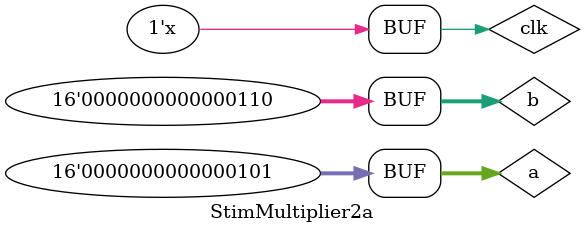
<source format=v>
module StimMultiplier ;

wire [15:0] c ;
reg clk ;
reg [15:0] a,b ; 

Multiplier M(a,b,c,clk) ; 

initial 
begin 
	clk = 0 ;
end

always
begin 
	clk = ~clk ; #1 ;
end

initial 
begin
	a = 0 ; b = 0 ;
	#10 ;
	a = 100 ; #100 ;
	b = 2 ; #100 ;
	a = 5 ; #100 ;
	b = 6 ; #100 ;
end

endmodule	

module StimMultiplier2a ;

wire [15:0] c ;
reg clk ;
reg [15:0] a,b ; 

Mult2a M(a,b,c,clk) ; 

initial 
begin 
	clk = 0 ;
end

always
begin 
	clk = ~clk ; #1 ;
end

initial 
begin
	a = 0 ; b = 0 ;
	#10 ;
	a = 100 ; #50 ;
	b = 2 ; #50 ;
	a = 5 ; #50 ;
	b = 6 ; #50 ;
end

endmodule	
</source>
